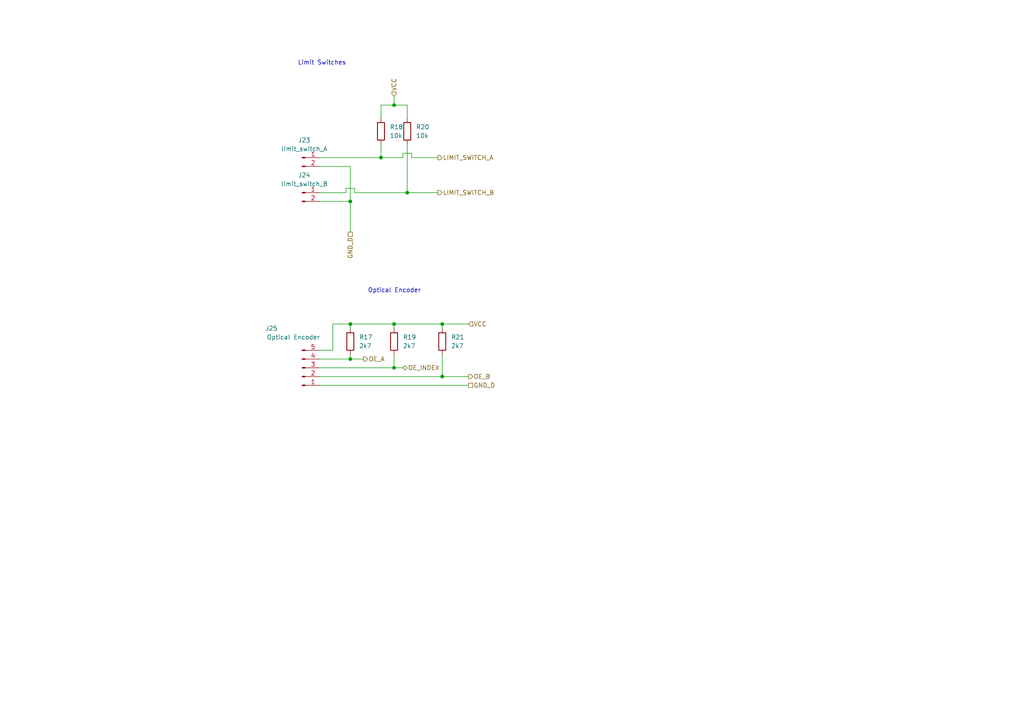
<source format=kicad_sch>
(kicad_sch (version 20211123) (generator eeschema)
  (paper "A4")
  (lib_symbols
    (symbol "000_Pin_Headers_Immo:Conn_01x05_Male" (pin_names (offset 1.016) hide)
      (property "Reference" "J" (at 0 7.62 0))
      (property "Value" "Conn_01x05_Male" (at 0 -7.62 0))
      (symbol "Conn_01x05_Male_1_1"
        (polyline (pts (xy 1.27 -5.08) (xy 0.8636 -5.08)) (stroke (width 0.1524)))
        (polyline (pts (xy 1.27 -2.54) (xy 0.8636 -2.54)) (stroke (width 0.1524)))
        (polyline (pts (xy 1.27 0) (xy 0.8636 0)) (stroke (width 0.1524)))
        (polyline (pts (xy 1.27 2.54) (xy 0.8636 2.54)) (stroke (width 0.1524)))
        (polyline (pts (xy 1.27 5.08) (xy 0.8636 5.08)) (stroke (width 0.1524)))
        (rectangle (start 0.8636 -4.953) (end 0 -5.207) (stroke (width 0.1524)) (fill (type outline)))
        (rectangle (start 0.8636 -2.413) (end 0 -2.667) (stroke (width 0.1524)) (fill (type outline)))
        (rectangle (start 0.8636 0.127) (end 0 -0.127) (stroke (width 0.1524)) (fill (type outline)))
        (rectangle (start 0.8636 2.667) (end 0 2.413) (stroke (width 0.1524)) (fill (type outline)))
        (rectangle (start 0.8636 5.207) (end 0 4.953) (stroke (width 0.1524)) (fill (type outline)))
        (pin passive line (at 5.08 5.08 180) (length 3.81) (name "Pin_1") (number "1"))
        (pin passive line (at 5.08 2.54 180) (length 3.81) (name "Pin_2") (number "2"))
        (pin passive line (at 5.08 0 180) (length 3.81) (name "Pin_3") (number "3"))
        (pin passive line (at 5.08 -2.54 180) (length 3.81) (name "Pin_4") (number "4"))
        (pin passive line (at 5.08 -5.08 180) (length 3.81) (name "Pin_5") (number "5"))
      )
    )
    (symbol "000_Resistors_Immo:Resistor_0805" (pin_numbers hide) (pin_names (offset 0))
      (property "Reference" "R?" (at -2.54 3.81 0))
      (property "Value" "Resistor_0805" (at -5.08 2.54 0))
      (symbol "Resistor_0805_0_1"
        (rectangle (start 2.54 -1.016) (end -2.54 1.016) (stroke (width 0.254)))
      )
      (symbol "Resistor_0805_1_1"
        (pin passive line (at -3.81 0 0) (length 1.27) (name "~") (number "1"))
        (pin passive line (at 3.81 0 180) (length 1.27) (name "~") (number "2"))
      )
    )
    (symbol "Connector:Conn_01x02_Male" (pin_names (offset 1.016) hide)
      (property "Reference" "J" (at 0 2.54 0))
      (property "Value" "Conn_01x02_Male" (at 0 -5.08 0))
      (symbol "Conn_01x02_Male_1_1"
        (polyline (pts (xy 1.27 -2.54) (xy 0.8636 -2.54)) (stroke (width 0.1524)))
        (polyline (pts (xy 1.27 0) (xy 0.8636 0)) (stroke (width 0.1524)))
        (rectangle (start 0.8636 -2.413) (end 0 -2.667) (stroke (width 0.1524)) (fill (type outline)))
        (rectangle (start 0.8636 0.127) (end 0 -0.127) (stroke (width 0.1524)) (fill (type outline)))
        (pin passive line (at 5.08 0 180) (length 3.81) (name "Pin_1") (number "1"))
        (pin passive line (at 5.08 -2.54 180) (length 3.81) (name "Pin_2") (number "2"))
      )
    )
  )
  (junction (at 128.27 109.22))
  (junction (at 118.11 55.88))
  (junction (at 110.49 45.72))
  (junction (at 101.6 58.42))
  (junction (at 128.27 93.98))
  (junction (at 114.3 106.68))
  (junction (at 101.6 93.98))
  (junction (at 101.6 104.14))
  (junction (at 114.3 30.48))
  (junction (at 114.3 93.98))
  (wire (pts (xy 110.49 30.48) (xy 110.49 34.29)))
  (wire (pts (xy 102.87 54.61) (xy 100.33 54.61)))
  (wire (pts (xy 116.84 45.72) (xy 116.84 44.45)))
  (wire (pts (xy 114.3 93.98) (xy 128.27 93.98)))
  (wire (pts (xy 114.3 102.87) (xy 114.3 106.68)))
  (wire (pts (xy 101.6 58.42) (xy 101.6 67.31)))
  (wire (pts (xy 100.33 54.61) (xy 100.33 55.88)))
  (wire (pts (xy 119.38 44.45) (xy 119.38 45.72)))
  (wire (pts (xy 110.49 45.72) (xy 116.84 45.72)))
  (wire (pts (xy 110.49 45.72) (xy 110.49 41.91)))
  (wire (pts (xy 101.6 102.87) (xy 101.6 104.14)))
  (wire (pts (xy 92.71 45.72) (xy 110.49 45.72)))
  (wire (pts (xy 118.11 30.48) (xy 118.11 34.29)))
  (wire (pts (xy 92.71 111.76) (xy 135.89 111.76)))
  (wire (pts (xy 114.3 93.98) (xy 114.3 95.25)))
  (wire (pts (xy 101.6 93.98) (xy 114.3 93.98)))
  (wire (pts (xy 100.33 55.88) (xy 92.71 55.88)))
  (wire (pts (xy 114.3 27.94) (xy 114.3 30.48)))
  (wire (pts (xy 116.84 44.45) (xy 119.38 44.45)))
  (wire (pts (xy 118.11 41.91) (xy 118.11 55.88)))
  (wire (pts (xy 101.6 48.26) (xy 101.6 58.42)))
  (wire (pts (xy 128.27 102.87) (xy 128.27 109.22)))
  (wire (pts (xy 101.6 93.98) (xy 101.6 95.25)))
  (wire (pts (xy 92.71 48.26) (xy 101.6 48.26)))
  (wire (pts (xy 96.52 101.6) (xy 96.52 93.98)))
  (wire (pts (xy 128.27 93.98) (xy 128.27 95.25)))
  (wire (pts (xy 92.71 58.42) (xy 101.6 58.42)))
  (wire (pts (xy 92.71 109.22) (xy 128.27 109.22)))
  (wire (pts (xy 92.71 106.68) (xy 114.3 106.68)))
  (wire (pts (xy 92.71 101.6) (xy 96.52 101.6)))
  (wire (pts (xy 128.27 109.22) (xy 135.89 109.22)))
  (wire (pts (xy 114.3 30.48) (xy 118.11 30.48)))
  (wire (pts (xy 118.11 55.88) (xy 102.87 55.88)))
  (wire (pts (xy 92.71 104.14) (xy 101.6 104.14)))
  (wire (pts (xy 114.3 30.48) (xy 110.49 30.48)))
  (wire (pts (xy 119.38 45.72) (xy 127 45.72)))
  (wire (pts (xy 101.6 104.14) (xy 105.41 104.14)))
  (wire (pts (xy 96.52 93.98) (xy 101.6 93.98)))
  (wire (pts (xy 118.11 55.88) (xy 127 55.88)))
  (wire (pts (xy 128.27 93.98) (xy 135.89 93.98)))
  (wire (pts (xy 114.3 106.68) (xy 116.84 106.68)))
  (wire (pts (xy 102.87 55.88) (xy 102.87 54.61)))
  (text "Optical Encoder" (at 106.68 85.09 0) (effects (font (size 1.27 1.27)) (justify left bottom)))
  (text "Limit Switches" (at 86.36 19.05 0) (effects (font (size 1.27 1.27)) (justify left bottom)))
  (hierarchical_label "VCC" (shape input) (at 114.3 27.94 90))
  (hierarchical_label "OE_A" (shape output) (at 105.41 104.14 0))
  (hierarchical_label "LIMIT_SWITCH_A" (shape output) (at 127 45.72 0))
  (hierarchical_label "GND_D" (shape passive) (at 101.6 67.31 270))
  (hierarchical_label "GND_D" (shape passive) (at 135.89 111.76 0))
  (hierarchical_label "LIMIT_SWITCH_B" (shape output) (at 127 55.88 0))
  (hierarchical_label "VCC" (shape input) (at 135.89 93.98 0))
  (hierarchical_label "OE_INDEX" (shape bidirectional) (at 116.84 106.68 0))
  (hierarchical_label "OE_B" (shape output) (at 135.89 109.22 0))
  (symbol (lib_id "000_Resistors_Immo:Resistor_0805") (at 128.27 99.06 90) (unit 1)
    (property "Reference" "R21" (at 130.81 97.7899 90) (effects (justify right)))
    (property "Value" "2k7" (at 130.81 100.3299 90) (effects (justify right)))
    (property "Footprint" "Resistor_SMD:R_0805_2012Metric_Pad1.20x1.40mm_HandSolder" (effects hide))
  )
  (symbol (lib_id "000_Resistors_Immo:Resistor_0805") (at 101.6 99.06 90) (unit 1)
    (property "Reference" "R17" (at 104.14 97.7899 90) (effects (justify right)))
    (property "Value" "2k7" (at 104.14 100.3299 90) (effects (justify right)))
    (property "Footprint" "Resistor_SMD:R_0805_2012Metric_Pad1.20x1.40mm_HandSolder" (effects hide))
  )
  (symbol (lib_id "000_Resistors_Immo:Resistor_0805") (at 118.11 38.1 90) (unit 1)
    (property "Reference" "R20" (at 120.65 36.8299 90) (effects (justify right)))
    (property "Value" "10k" (at 120.65 39.3699 90) (effects (justify right)))
    (property "Footprint" "Resistor_SMD:R_0805_2012Metric_Pad1.20x1.40mm_HandSolder" (effects hide))
  )
  (symbol (lib_id "000_Resistors_Immo:Resistor_0805") (at 114.3 99.06 90) (unit 1)
    (property "Reference" "R19" (at 116.84 97.7899 90) (effects (justify right)))
    (property "Value" "2k7" (at 116.84 100.3299 90) (effects (justify right)))
    (property "Footprint" "Resistor_SMD:R_0805_2012Metric_Pad1.20x1.40mm_HandSolder" (effects hide))
  )
  (symbol (lib_id "Connector:Conn_01x02_Male") (at 87.63 45.72 0) (unit 1)
    (property "Reference" "J23" (at 88.265 40.64 0))
    (property "Value" "limit_switch_A" (at 88.265 43.18 0))
    (property "Footprint" "Connector_PinHeader_2.54mm:PinHeader_1x02_P2.54mm_Vertical" (effects hide))
  )
  (symbol (lib_id "000_Pin_Headers_Immo:Conn_01x05_Male") (at 87.63 106.68 0) (mirror x) (unit 1)
    (property "Reference" "J25" (at 78.74 95.25 0))
    (property "Value" "Optical Encoder" (at 85.09 97.79 0))
    (property "Footprint" "Connector_PinHeader_2.54mm:PinHeader_1x05_P2.54mm_Vertical" (effects hide))
  )
  (symbol (lib_id "000_Resistors_Immo:Resistor_0805") (at 110.49 38.1 90) (unit 1)
    (property "Reference" "R18" (at 113.03 36.8299 90) (effects (justify right)))
    (property "Value" "10k" (at 113.03 39.3699 90) (effects (justify right)))
    (property "Footprint" "Resistor_SMD:R_0805_2012Metric_Pad1.20x1.40mm_HandSolder" (effects hide))
  )
  (symbol (lib_id "Connector:Conn_01x02_Male") (at 87.63 55.88 0) (unit 1)
    (property "Reference" "J24" (at 88.265 50.8 0))
    (property "Value" "limit_switch_B" (at 88.265 53.34 0))
    (property "Footprint" "Connector_PinHeader_2.54mm:PinHeader_1x02_P2.54mm_Vertical" (effects hide))
  )
)
</source>
